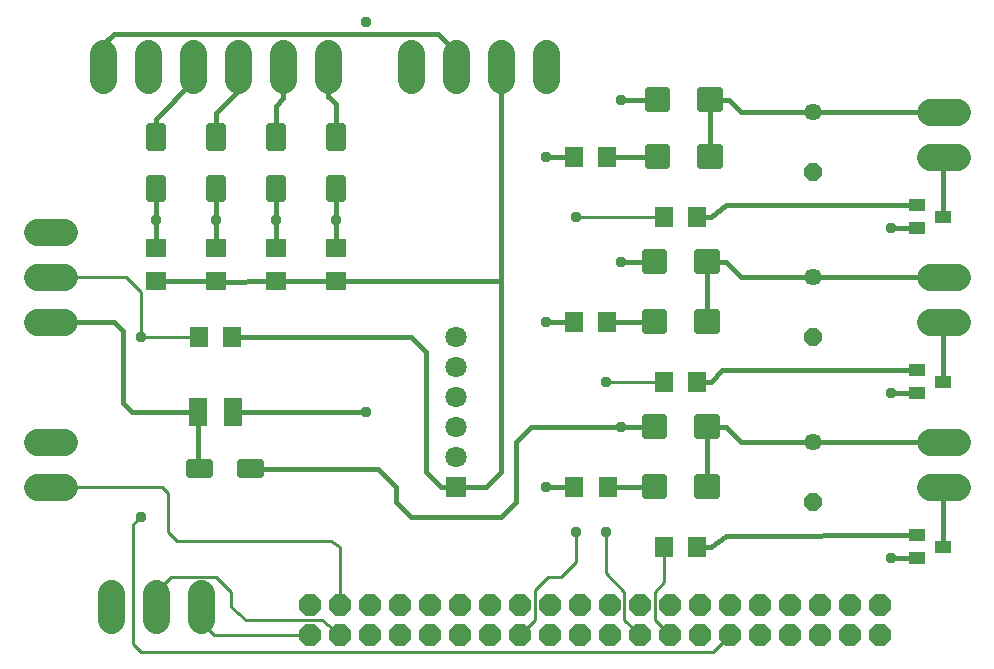
<source format=gtl>
G04 EAGLE Gerber RS-274X export*
G75*
%MOMM*%
%FSLAX34Y34*%
%LPD*%
%INTop Copper*%
%IPPOS*%
%AMOC8*
5,1,8,0,0,1.08239X$1,22.5*%
G01*
%ADD10R,1.803000X1.600000*%
%ADD11P,1.979475X8X202.500000*%
%ADD12R,1.600000X1.803000*%
%ADD13R,1.600000X2.400000*%
%ADD14C,2.286000*%
%ADD15R,1.800000X1.800000*%
%ADD16C,1.800000*%
%ADD17R,1.400000X1.000000*%
%ADD18P,1.583577X8X292.500000*%
%ADD19C,1.463037*%
%ADD20C,0.492200*%
%ADD21C,0.498000*%
%ADD22C,0.406400*%
%ADD23C,0.952400*%
%ADD24C,0.254000*%


D10*
X241300Y354580D03*
X241300Y326140D03*
X190500Y354547D03*
X190500Y326107D03*
X139700Y354547D03*
X139700Y326107D03*
X292100Y354580D03*
X292100Y326140D03*
D11*
X752560Y52268D03*
X752560Y26868D03*
X727160Y52268D03*
X727160Y26868D03*
X701760Y52268D03*
X701760Y26868D03*
X676360Y52268D03*
X676360Y26868D03*
X650960Y52268D03*
X650960Y26868D03*
X625560Y52268D03*
X625560Y26868D03*
X600160Y52268D03*
X600160Y26868D03*
X574760Y52268D03*
X574760Y26868D03*
X549360Y52268D03*
X549360Y26868D03*
X523960Y52268D03*
X523960Y26868D03*
X498560Y52268D03*
X498560Y26868D03*
X473160Y52268D03*
X473160Y26868D03*
X447760Y52268D03*
X447760Y26868D03*
X422360Y52268D03*
X422360Y26868D03*
X396960Y52268D03*
X396960Y26868D03*
X371560Y52268D03*
X371560Y26868D03*
X346160Y52268D03*
X346160Y26868D03*
X320760Y52268D03*
X320760Y26868D03*
X295360Y52268D03*
X295360Y26868D03*
X269960Y52268D03*
X269960Y26868D03*
D12*
X204720Y279400D03*
X176280Y279400D03*
D13*
X175500Y215900D03*
X205500Y215900D03*
D14*
X795020Y190500D02*
X817880Y190500D01*
X817880Y152400D02*
X795020Y152400D01*
X795020Y330200D02*
X817880Y330200D01*
X817880Y292100D02*
X795020Y292100D01*
X795020Y469900D02*
X817880Y469900D01*
X817880Y431800D02*
X795020Y431800D01*
X95250Y496570D02*
X95250Y519430D01*
X133350Y519430D02*
X133350Y496570D01*
X171450Y496570D02*
X171450Y519430D01*
X209550Y519430D02*
X209550Y496570D01*
X247650Y496570D02*
X247650Y519430D01*
X285750Y519430D02*
X285750Y496570D01*
X62230Y292100D02*
X39370Y292100D01*
X39370Y330200D02*
X62230Y330200D01*
X62230Y368300D02*
X39370Y368300D01*
X355722Y496570D02*
X355722Y519430D01*
X393822Y519430D02*
X393822Y496570D01*
X431922Y496570D02*
X431922Y519430D01*
X470022Y519430D02*
X470022Y496570D01*
X177800Y62230D02*
X177800Y39370D01*
X139700Y39370D02*
X139700Y62230D01*
X101600Y62230D02*
X101600Y39370D01*
X62230Y152400D02*
X39370Y152400D01*
X39370Y190500D02*
X62230Y190500D01*
D15*
X393700Y152400D03*
D16*
X393700Y177800D03*
X393700Y203200D03*
X393700Y228600D03*
X393700Y254000D03*
X393700Y279400D03*
D12*
X522347Y152400D03*
X493907Y152400D03*
X598420Y101600D03*
X569980Y101600D03*
D17*
X806020Y101600D03*
X784020Y92100D03*
X784020Y111100D03*
D12*
X522093Y292100D03*
X493653Y292100D03*
X598420Y241300D03*
X569980Y241300D03*
D17*
X806020Y241300D03*
X784020Y231800D03*
X784020Y250800D03*
D12*
X522220Y431800D03*
X493780Y431800D03*
X598420Y381000D03*
X569980Y381000D03*
D17*
X806020Y381000D03*
X784020Y371500D03*
X784020Y390500D03*
D18*
X695960Y419100D03*
D19*
X695960Y469900D03*
D18*
X695960Y139700D03*
D19*
X695960Y190500D03*
D18*
X695960Y279400D03*
D19*
X695960Y330200D03*
D20*
X617279Y423561D02*
X600501Y423561D01*
X600501Y440039D01*
X617279Y440039D01*
X617279Y423561D01*
X617279Y428237D02*
X600501Y428237D01*
X600501Y432913D02*
X617279Y432913D01*
X617279Y437589D02*
X600501Y437589D01*
X572979Y440039D02*
X556201Y440039D01*
X572979Y440039D02*
X572979Y423561D01*
X556201Y423561D01*
X556201Y440039D01*
X556201Y428237D02*
X572979Y428237D01*
X572979Y432913D02*
X556201Y432913D01*
X556201Y437589D02*
X572979Y437589D01*
X600501Y471821D02*
X617279Y471821D01*
X600501Y471821D02*
X600501Y488299D01*
X617279Y488299D01*
X617279Y471821D01*
X617279Y476497D02*
X600501Y476497D01*
X600501Y481173D02*
X617279Y481173D01*
X617279Y485849D02*
X600501Y485849D01*
X572979Y488299D02*
X556201Y488299D01*
X572979Y488299D02*
X572979Y471821D01*
X556201Y471821D01*
X556201Y488299D01*
X556201Y476497D02*
X572979Y476497D01*
X572979Y481173D02*
X556201Y481173D01*
X556201Y485849D02*
X572979Y485849D01*
X597961Y283861D02*
X614739Y283861D01*
X597961Y283861D02*
X597961Y300339D01*
X614739Y300339D01*
X614739Y283861D01*
X614739Y288537D02*
X597961Y288537D01*
X597961Y293213D02*
X614739Y293213D01*
X614739Y297889D02*
X597961Y297889D01*
X570439Y300339D02*
X553661Y300339D01*
X570439Y300339D02*
X570439Y283861D01*
X553661Y283861D01*
X553661Y300339D01*
X553661Y288537D02*
X570439Y288537D01*
X570439Y293213D02*
X553661Y293213D01*
X553661Y297889D02*
X570439Y297889D01*
X597961Y334661D02*
X614739Y334661D01*
X597961Y334661D02*
X597961Y351139D01*
X614739Y351139D01*
X614739Y334661D01*
X614739Y339337D02*
X597961Y339337D01*
X597961Y344013D02*
X614739Y344013D01*
X614739Y348689D02*
X597961Y348689D01*
X570439Y351139D02*
X553661Y351139D01*
X570439Y351139D02*
X570439Y334661D01*
X553661Y334661D01*
X553661Y351139D01*
X553661Y339337D02*
X570439Y339337D01*
X570439Y344013D02*
X553661Y344013D01*
X553661Y348689D02*
X570439Y348689D01*
X597961Y144161D02*
X614739Y144161D01*
X597961Y144161D02*
X597961Y160639D01*
X614739Y160639D01*
X614739Y144161D01*
X614739Y148837D02*
X597961Y148837D01*
X597961Y153513D02*
X614739Y153513D01*
X614739Y158189D02*
X597961Y158189D01*
X570439Y160639D02*
X553661Y160639D01*
X570439Y160639D02*
X570439Y144161D01*
X553661Y144161D01*
X553661Y160639D01*
X553661Y148837D02*
X570439Y148837D01*
X570439Y153513D02*
X553661Y153513D01*
X553661Y158189D02*
X570439Y158189D01*
X597961Y194961D02*
X614739Y194961D01*
X597961Y194961D02*
X597961Y211439D01*
X614739Y211439D01*
X614739Y194961D01*
X614739Y199637D02*
X597961Y199637D01*
X597961Y204313D02*
X614739Y204313D01*
X614739Y208989D02*
X597961Y208989D01*
X570439Y211439D02*
X553661Y211439D01*
X570439Y211439D02*
X570439Y194961D01*
X553661Y194961D01*
X553661Y211439D01*
X553661Y199637D02*
X570439Y199637D01*
X570439Y204313D02*
X553661Y204313D01*
X553661Y208989D02*
X570439Y208989D01*
D21*
X297910Y439460D02*
X297910Y457280D01*
X297910Y439460D02*
X286290Y439460D01*
X286290Y457280D01*
X297910Y457280D01*
X297910Y444191D02*
X286290Y444191D01*
X286290Y448922D02*
X297910Y448922D01*
X297910Y453653D02*
X286290Y453653D01*
X286290Y413980D02*
X286290Y396160D01*
X286290Y413980D02*
X297910Y413980D01*
X297910Y396160D01*
X286290Y396160D01*
X286290Y400891D02*
X297910Y400891D01*
X297910Y405622D02*
X286290Y405622D01*
X286290Y410353D02*
X297910Y410353D01*
X247110Y439460D02*
X247110Y457280D01*
X247110Y439460D02*
X235490Y439460D01*
X235490Y457280D01*
X247110Y457280D01*
X247110Y444191D02*
X235490Y444191D01*
X235490Y448922D02*
X247110Y448922D01*
X247110Y453653D02*
X235490Y453653D01*
X235490Y413980D02*
X235490Y396160D01*
X235490Y413980D02*
X247110Y413980D01*
X247110Y396160D01*
X235490Y396160D01*
X235490Y400891D02*
X247110Y400891D01*
X247110Y405622D02*
X235490Y405622D01*
X235490Y410353D02*
X247110Y410353D01*
X196310Y439460D02*
X196310Y457280D01*
X196310Y439460D02*
X184690Y439460D01*
X184690Y457280D01*
X196310Y457280D01*
X196310Y444191D02*
X184690Y444191D01*
X184690Y448922D02*
X196310Y448922D01*
X196310Y453653D02*
X184690Y453653D01*
X184690Y413980D02*
X184690Y396160D01*
X184690Y413980D02*
X196310Y413980D01*
X196310Y396160D01*
X184690Y396160D01*
X184690Y400891D02*
X196310Y400891D01*
X196310Y405622D02*
X184690Y405622D01*
X184690Y410353D02*
X196310Y410353D01*
X145510Y439460D02*
X145510Y457280D01*
X145510Y439460D02*
X133890Y439460D01*
X133890Y457280D01*
X145510Y457280D01*
X145510Y444191D02*
X133890Y444191D01*
X133890Y448922D02*
X145510Y448922D01*
X145510Y453653D02*
X133890Y453653D01*
X133890Y413980D02*
X133890Y396160D01*
X133890Y413980D02*
X145510Y413980D01*
X145510Y396160D01*
X133890Y396160D01*
X133890Y400891D02*
X145510Y400891D01*
X145510Y405622D02*
X133890Y405622D01*
X133890Y410353D02*
X145510Y410353D01*
X167560Y173450D02*
X185380Y173450D01*
X185380Y161830D01*
X167560Y161830D01*
X167560Y173450D01*
X167560Y166561D02*
X185380Y166561D01*
X185380Y171292D02*
X167560Y171292D01*
X210860Y161830D02*
X228680Y161830D01*
X210860Y161830D02*
X210860Y173450D01*
X228680Y173450D01*
X228680Y161830D01*
X228680Y166561D02*
X210860Y166561D01*
X210860Y171292D02*
X228680Y171292D01*
D22*
X762000Y92075D02*
X784020Y92100D01*
D23*
X762000Y92075D03*
D22*
X762000Y231902D02*
X784020Y231800D01*
D23*
X762000Y231902D03*
D22*
X762000Y371602D02*
X784020Y371500D01*
D23*
X762000Y371602D03*
X317500Y546100D03*
D22*
X317500Y215900D02*
X205500Y215900D01*
D23*
X317500Y215900D03*
D22*
X431863Y341249D02*
X431922Y508000D01*
X431863Y341249D02*
X431857Y326140D01*
X431800Y165100D01*
X419100Y152400D01*
X393700Y152400D01*
X381000Y152400D01*
X368300Y165100D01*
X368300Y266700D01*
X355600Y279400D01*
X204720Y279400D01*
X190500Y326107D02*
X139700Y326107D01*
X190680Y325927D02*
X241300Y326140D01*
X190680Y325927D02*
X190500Y326107D01*
X241300Y326140D02*
X292100Y326140D01*
X431857Y326140D01*
D23*
X292100Y378460D03*
D22*
X292100Y354580D01*
X292100Y378460D02*
X292100Y405070D01*
D23*
X241300Y378460D03*
D22*
X241300Y354580D01*
X241300Y378460D02*
X241300Y405070D01*
D23*
X190500Y378460D03*
D22*
X190500Y354547D01*
X190500Y378460D02*
X190500Y405070D01*
X190500Y468630D02*
X209550Y487680D01*
X190500Y468630D02*
X190500Y448370D01*
X209550Y487680D02*
X209550Y508000D01*
X247650Y508000D02*
X247650Y481330D01*
X241300Y474980D01*
X241300Y448370D01*
D24*
X285750Y482600D02*
X286385Y481965D01*
D22*
X292100Y476250D02*
X292100Y448370D01*
X292100Y476250D02*
X286385Y481965D01*
X285750Y482600D02*
X285750Y508000D01*
D23*
X139700Y378460D03*
D22*
X139700Y354547D01*
X139700Y378460D02*
X139700Y405070D01*
X171450Y495360D02*
X171450Y508000D01*
X171450Y495360D02*
X139700Y463610D01*
X139700Y448370D01*
D23*
X533400Y480060D03*
X533400Y342900D03*
X533400Y203200D03*
D22*
X342900Y152400D02*
X342900Y139700D01*
X355600Y127000D01*
X431800Y127000D01*
X444500Y139700D01*
X444500Y190500D01*
X457200Y203200D01*
X533400Y203200D01*
X393822Y508000D02*
X393700Y508122D01*
X393700Y520700D01*
X378460Y535940D01*
X104140Y535940D01*
X95250Y527050D01*
X95250Y508000D01*
X219770Y167640D02*
X327660Y167640D01*
X342900Y152400D01*
X533400Y480060D02*
X564590Y480060D01*
X562050Y342900D02*
X533400Y342900D01*
X533400Y203200D02*
X562050Y203200D01*
X175500Y215900D02*
X119380Y215900D01*
X111760Y223520D01*
X111760Y284480D01*
X104140Y292100D01*
X50800Y292100D01*
X175500Y215900D02*
X175500Y168610D01*
X176470Y167640D01*
D24*
X611392Y12700D02*
X625560Y26868D01*
X611392Y12700D02*
X127000Y12700D01*
X120650Y19050D01*
X120650Y120650D02*
X127000Y127000D01*
D23*
X127000Y127000D03*
X127000Y279400D03*
D24*
X120650Y120650D02*
X120650Y19050D01*
X127000Y279400D02*
X176280Y279400D01*
X127000Y279400D02*
X127000Y317500D01*
X114300Y330200D01*
X50800Y330200D01*
D23*
X469900Y431800D03*
D22*
X493780Y431800D01*
D23*
X469900Y292100D03*
D22*
X493653Y292100D01*
D23*
X469900Y152400D03*
D22*
X493907Y152400D01*
D24*
X269960Y26868D02*
X189230Y26670D01*
X177800Y38100D01*
X177800Y50800D01*
X139700Y50800D02*
X139700Y63500D01*
X152400Y76200D01*
X190500Y76200D01*
X203200Y63500D01*
X203200Y50800D01*
X280670Y39370D02*
X295360Y26868D01*
X280670Y39370D02*
X215900Y39370D01*
X203200Y50800D01*
X295360Y52268D02*
X295360Y101027D01*
X288256Y106680D02*
X157480Y106680D01*
X288256Y106680D02*
X295360Y101027D01*
X144780Y152400D02*
X50800Y152400D01*
X144780Y152400D02*
X149860Y147320D01*
X149860Y114300D01*
X157480Y106680D01*
D22*
X522347Y152400D02*
X562050Y152400D01*
X622300Y110871D02*
X784020Y111100D01*
X622300Y110871D02*
X609600Y101600D01*
X598420Y101600D01*
D24*
X562102Y39497D02*
X574760Y26868D01*
X562102Y39497D02*
X562102Y63500D01*
X569976Y71374D02*
X569980Y101600D01*
X569976Y71374D02*
X562102Y63500D01*
D22*
X635000Y190500D02*
X695960Y190500D01*
X635000Y190500D02*
X622300Y203200D01*
X695960Y190500D02*
X806450Y190500D01*
X606350Y203200D02*
X606350Y152400D01*
X606350Y203200D02*
X622300Y203200D01*
X806450Y152400D02*
X806020Y101600D01*
X806450Y330200D02*
X695960Y330200D01*
X635000Y330200D01*
X622300Y342900D01*
X607060Y342900D02*
X606350Y342900D01*
X607060Y342900D02*
X622300Y342900D01*
X606350Y342190D02*
X606350Y292100D01*
X606350Y342190D02*
X607060Y342900D01*
X806450Y292100D02*
X806020Y241300D01*
X806450Y469900D02*
X695960Y469900D01*
X635000Y469900D01*
X624840Y480060D01*
X608890Y480060D01*
X608890Y431800D01*
X806450Y431800D02*
X806020Y381000D01*
D24*
X536575Y39624D02*
X549360Y26868D01*
X536575Y39624D02*
X536575Y63500D01*
X520700Y79248D01*
X520700Y114300D01*
D23*
X520700Y114300D03*
X520700Y241300D03*
D24*
X569980Y241300D01*
X460502Y39624D02*
X447760Y26868D01*
X460502Y39624D02*
X460502Y65024D01*
X471551Y76073D01*
X482600Y76200D01*
X495300Y88900D01*
X495300Y114300D01*
D23*
X495300Y114300D03*
X495300Y381000D03*
D24*
X569980Y381000D01*
D22*
X562050Y292100D02*
X522093Y292100D01*
X629154Y250694D02*
X784020Y250800D01*
X629154Y250694D02*
X618994Y250694D01*
X609600Y241300D01*
X598420Y241300D01*
X564590Y431800D02*
X522220Y431800D01*
X622554Y390525D02*
X784020Y390500D01*
X622554Y390525D02*
X609600Y381000D01*
X598420Y381000D01*
M02*

</source>
